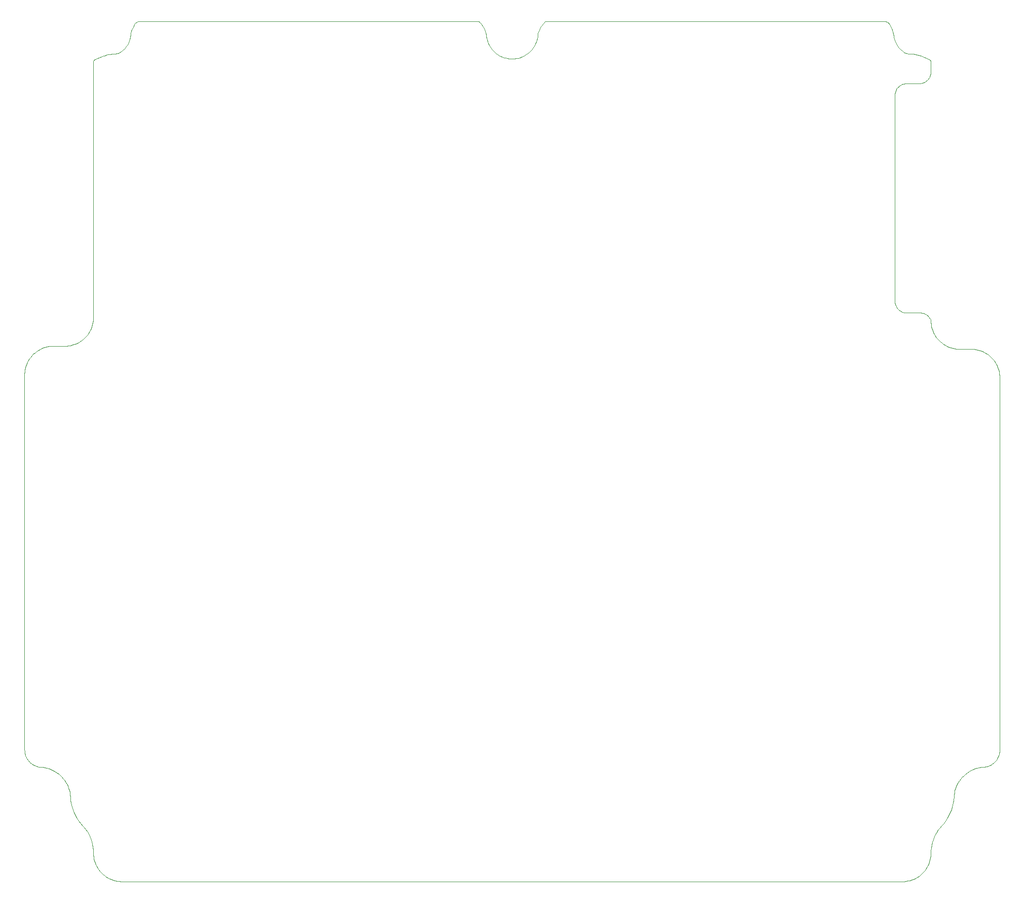
<source format=gko>
%FSTAX23Y23*%
%MOIN*%
%SFA1B1*%

%IPPOS*%
%ADD15C,0.000512*%
%ADD111C,0.000500*%
%LNduo_x-1*%
%LPD*%
G54D15*
X05215Y03674D02*
D01*
X05215Y03669*
X05215Y03663*
X05216Y03658*
X05218Y03652*
X05219Y03647*
X05222Y03642*
X05224Y03637*
X05227Y03632*
X0523Y03628*
X05233Y03624*
X05237Y03619*
X05241Y03616*
X05245Y03612*
X05249Y03609*
X05254Y03606*
X05259Y03603*
X05264Y03601*
X05269Y03599*
X05274Y03598*
X0528Y03597*
X05285Y03596*
X05291Y03595*
X05293Y03595*
Y0517D02*
D01*
X05288Y0517*
X05282Y05169*
X05277Y05168*
X05272Y05167*
X05267Y05165*
X05261Y05163*
X05256Y05161*
X05252Y05158*
X05247Y05155*
X05243Y05152*
X05239Y05148*
X05235Y05144*
X05231Y0514*
X05228Y05135*
X05225Y05131*
X05223Y05126*
X0522Y05121*
X05219Y05116*
X05217Y0511*
X05216Y05105*
X05215Y051*
X05215Y05094*
X05215Y05091*
X05382Y0517D02*
D01*
X05388Y0517*
X05393Y05171*
X05398Y05172*
X05404Y05173*
X05409Y05175*
X05414Y05177*
X05419Y05179*
X05424Y05182*
X05428Y05185*
X05433Y05189*
X05437Y05192*
X05441Y05196*
X05444Y052*
X05447Y05205*
X0545Y0521*
X05453Y05214*
X05455Y05219*
X05457Y05225*
X05458Y0523*
X0546Y05235*
X0546Y05241*
X05461Y05246*
X05461Y05249*
Y05318D02*
D01*
X05461Y05319*
X05461Y0532*
X0546Y05322*
X0546Y05323*
X0546Y05324*
X05459Y05326*
X05458Y05327*
X05458Y05328*
X05457Y05329*
X05456Y0533*
X05455Y05331*
X05454Y05332*
X05453Y05333*
X05452Y05334*
X05451Y05335*
X0545Y05335*
X05448Y05336*
X05448Y05336*
X05392Y05359D02*
D01*
X05379Y05363*
X05366Y05367*
X05352Y0537*
X05339Y05372*
X05325Y05373*
X05318Y05373*
X05273Y05387D02*
D01*
X05278Y05384*
X05283Y05381*
X05288Y05379*
X05293Y05377*
X05299Y05375*
X05304Y05374*
X0531Y05373*
X05315Y05373*
X05318Y05373*
X05206Y05498D02*
D01*
X05208Y05487*
X0521Y05477*
X05213Y05466*
X05217Y05456*
X05222Y05446*
X05227Y05436*
X05233Y05427*
X0524Y05418*
X05247Y0541*
X05255Y05402*
X05263Y05395*
X05272Y05388*
X05273Y05387*
X05206Y05498D02*
D01*
X05204Y0551*
X05201Y05522*
X05198Y05534*
X05193Y05546*
X05188Y05557*
X05182Y05568*
X05176Y05578*
X05173Y05582*
D01*
X05171Y05584*
X0517Y05586*
X05168Y05587*
X05166Y05589*
X05165Y0559*
X05163Y05591*
X05161Y05592*
X05159Y05593*
X05157Y05594*
X05154Y05594*
X05152Y05595*
X0515Y05595*
X05148Y05595*
X05147Y05595*
X02815D02*
D01*
X02807Y05588*
X028Y0558*
X02793Y05571*
X02786Y05562*
X02781Y05553*
X02776Y05543*
X02772Y05533*
X02768Y05522*
X02765Y05512*
X02763Y05501*
X02763Y05496*
X02411Y05493D02*
D01*
X02413Y05481*
X02416Y05469*
X0242Y05457*
X02424Y05446*
X0243Y05434*
X02436Y05424*
X02443Y05413*
X0245Y05404*
X02459Y05394*
X02467Y05386*
X02477Y05378*
X02487Y0537*
X02497Y05364*
X02508Y05358*
X02519Y05353*
X02531Y05348*
X02543Y05345*
X02555Y05342*
X02567Y05341*
X0258Y0534*
X02592Y0534*
X02604Y0534*
X02616Y05342*
X02629Y05344*
X0264Y05348*
X02652Y05352*
X02663Y05357*
X02674Y05363*
X02685Y05369*
X02695Y05376*
X02705Y05384*
X02713Y05393*
X02722Y05402*
X02729Y05412*
X02736Y05422*
X02743Y05433*
X02748Y05444*
X02753Y05455*
X02757Y05467*
X0276Y05479*
X02762Y05491*
X02763Y05496*
X02411Y05493D02*
D01*
X0241Y05504*
X02407Y05515*
X02404Y05525*
X02401Y05536*
X02396Y05546*
X02391Y05555*
X02385Y05565*
X02379Y05574*
X02372Y05582*
X02364Y0559*
X02359Y05595*
X-00099Y05387D02*
D01*
X-0009Y05393*
X-00082Y054*
X-00074Y05408*
X-00067Y05416*
X-0006Y05425*
X-00054Y05434*
X-00048Y05444*
X-00044Y05454*
X-00039Y05464*
X-00036Y05474*
X-00034Y05485*
X-00032Y05496*
X-00031Y05498*
X-00144Y05373D02*
D01*
X-00138Y05373*
X-00133Y05374*
X-00127Y05375*
X-00122Y05376*
X-00117Y05378*
X-00111Y0538*
X-00106Y05382*
X-00101Y05385*
X-00099Y05387*
X00001Y05582D02*
D01*
X-00005Y05572*
X-00011Y05561*
X-00017Y0555*
X-00022Y05539*
X-00025Y05527*
X-00029Y05515*
X-00031Y05503*
X-00031Y05498*
X00027Y05595D02*
D01*
X00024Y05595*
X00022Y05595*
X0002Y05595*
X00018Y05594*
X00016Y05593*
X00014Y05593*
X00012Y05592*
X0001Y0559*
X00008Y05589*
X00006Y05588*
X00004Y05586*
X00003Y05585*
X00001Y05583*
X00001Y05582*
X-00144Y05373D02*
D01*
X-00158Y05372*
X-00171Y05371*
X-00185Y05369*
X-00198Y05365*
X-00211Y05361*
X-00217Y05359*
X-00274Y05336D02*
D01*
X-00275Y05335*
X-00276Y05335*
X-00277Y05334*
X-00279Y05333*
X-0028Y05332*
X-00281Y05331*
X-00282Y0533*
X-00282Y05329*
X-00283Y05328*
X-00284Y05327*
X-00284Y05326*
X-00285Y05324*
X-00285Y05323*
X-00286Y05322*
X-00286Y0532*
X-00286Y05319*
X-00286Y05318*
X-00286Y05318*
X-00483Y03367D02*
D01*
X-00469Y03367*
X-00456Y03369*
X-00442Y03371*
X-00429Y03375*
X-00416Y03379*
X-00403Y03384*
X-00391Y0339*
X-00379Y03397*
X-00367Y03405*
X-00357Y03413*
X-00346Y03422*
X-00337Y03432*
X-00328Y03443*
X-0032Y03454*
X-00313Y03465*
X-00306Y03477*
X-00301Y0349*
X-00296Y03503*
X-00292Y03516*
X-00289Y0353*
X-00287Y03543*
X-00286Y03557*
X-00286Y03564*
X-00562Y03367D02*
D01*
X-00576Y03367*
X-00589Y03365*
X-00603Y03363*
X-00616Y03359*
X-00629Y03355*
X-00642Y0335*
X-00654Y03344*
X-00666Y03337*
X-00678Y03329*
X-00688Y03321*
X-00699Y03312*
X-00708Y03302*
X-00717Y03291*
X-00725Y0328*
X-00732Y03268*
X-00739Y03256*
X-00744Y03244*
X-00749Y03231*
X-00753Y03218*
X-00756Y03204*
X-00758Y03191*
X-00759Y03177*
X-00759Y0317*
X-00444Y00272D02*
D01*
X-00442Y0025*
X-00439Y00229*
X-00434Y00207*
X-00427Y00186*
X-00419Y00166*
X-0041Y00146*
X-00399Y00127*
X-00387Y00108*
X-00374Y00091*
X-0036Y00074*
X-00759Y00595D02*
D01*
X-00758Y00587*
X-00758Y00578*
X-00756Y0057*
X-00754Y00562*
X-00752Y00554*
X-00748Y00547*
X-00745Y00539*
X-00741Y00532*
X-00736Y00525*
X-00731Y00519*
X-00725Y00513*
X-0072Y00507*
X-00713Y00502*
X-00707Y00497*
X-007Y00492*
X-00692Y00489*
X-00685Y00485*
X-00677Y00482*
X-00669Y0048*
X-00661Y00478*
X-00653Y00477*
X-00648Y00477*
X-00444Y00272D02*
D01*
X-00445Y00287*
X-00448Y00302*
X-00451Y00317*
X-00456Y00331*
X-00461Y00346*
X-00467Y00359*
X-00475Y00372*
X-00483Y00385*
X-00492Y00397*
X-00502Y00409*
X-00513Y00419*
X-00524Y00429*
X-00536Y00438*
X-00549Y00446*
X-00562Y00454*
X-00576Y0046*
X-0059Y00466*
X-00605Y0047*
X-00619Y00473*
X-00634Y00476*
X-00648Y00477*
X-00286Y-00112D02*
D01*
X-00287Y-00093*
X-00289Y-00074*
X-00292Y-00055*
X-00297Y-00036*
X-00303Y-00018*
X-0031Y0*
X-00318Y00016*
X-00328Y00033*
X-00339Y00049*
X-00351Y00064*
X-0036Y00074*
X-00286Y-00112D02*
D01*
X-00286Y-00126*
X-00284Y-0014*
X-00282Y-00153*
X-00279Y-00167*
X-00274Y-0018*
X-00269Y-00192*
X-00263Y-00205*
X-00256Y-00217*
X-00249Y-00228*
X-0024Y-00239*
X-00231Y-00249*
X-00221Y-00259*
X-00211Y-00267*
X-00199Y-00276*
X-00188Y-00283*
X-00176Y-00289*
X-00163Y-00295*
X-0015Y-003*
X-00137Y-00303*
X-00123Y-00306*
X-0011Y-00308*
X-00096Y-00309*
X-00089Y-00309*
X05264D02*
D01*
X05278Y-00309*
X05291Y-00307*
X05305Y-00305*
X05318Y-00302*
X05331Y-00297*
X05344Y-00292*
X05356Y-00286*
X05368Y-00279*
X0538Y-00272*
X0539Y-00263*
X05401Y-00254*
X0541Y-00244*
X05419Y-00233*
X05427Y-00222*
X05434Y-00211*
X05441Y-00199*
X05446Y-00186*
X05451Y-00173*
X05455Y-0016*
X05458Y-00146*
X0546Y-00133*
X05461Y-00119*
X05461Y-00112*
X05822Y00477D02*
D01*
X05807Y00475*
X05792Y00473*
X05777Y0047*
X05763Y00465*
X05749Y00459*
X05735Y00453*
X05722Y00446*
X05709Y00437*
X05697Y00428*
X05686Y00418*
X05675Y00407*
X05666Y00396*
X05657Y00384*
X05648Y00371*
X05641Y00358*
X05635Y00344*
X0563Y0033*
X05625Y00315*
X05622Y00301*
X0562Y00286*
X05619Y00272*
X05535Y00074D02*
D01*
X05522Y0006*
X0551Y00045*
X055Y00028*
X05491Y00012*
X05483Y-00005*
X05476Y-00023*
X0547Y-00041*
X05466Y-0006*
X05463Y-00079*
X05461Y-00098*
X05461Y-00112*
X05535Y00074D02*
D01*
X05549Y00091*
X05562Y00109*
X05574Y00127*
X05585Y00146*
X05594Y00166*
X05602Y00187*
X05608Y00208*
X05613Y00229*
X05617Y00251*
X05619Y00272*
X05822Y00477D02*
D01*
X0583Y00478*
X05838Y00479*
X05846Y00481*
X05854Y00483*
X05862Y00486*
X05869Y0049*
X05877Y00494*
X05883Y00499*
X0589Y00504*
X05896Y00509*
X05902Y00515*
X05907Y00521*
X05912Y00528*
X05917Y00535*
X05921Y00542*
X05924Y00549*
X05927Y00557*
X05929Y00565*
X05931Y00573*
X05932Y00581*
X05933Y00589*
X05933Y00595*
Y0315D02*
D01*
X05933Y03164*
X05931Y03177*
X05929Y03191*
X05926Y03204*
X05921Y03217*
X05916Y0323*
X0591Y03242*
X05903Y03254*
X05896Y03266*
X05887Y03276*
X05878Y03287*
X05868Y03296*
X05858Y03305*
X05847Y03313*
X05835Y0332*
X05823Y03327*
X0581Y03332*
X05797Y03337*
X05784Y03341*
X05771Y03344*
X05757Y03346*
X05743Y03347*
X05736Y03347*
X05293Y0517D02*
X05382D01*
X05215Y03674D02*
Y05091D01*
X05461Y05249D02*
Y05318D01*
X05392Y05359D02*
X05447Y05337D01*
X05448Y05336*
X02815Y05595D02*
X05147D01*
X00027D02*
X02359D01*
X-00272Y05337D02*
X-00217Y05359D01*
X-00286Y03564D02*
Y05318D01*
X-00274Y05336D02*
X-00272Y05337D01*
X-00562Y03367D02*
X-00483D01*
X-00759Y00595D02*
Y0317D01*
X-00089Y-00309D02*
X05264D01*
X05933Y00595D02*
Y0315D01*
X05658Y03347D02*
X05736D01*
G54D111*
X05461Y03544D02*
D01*
X05461Y0353*
X05463Y03516*
X05465Y03503*
X05468Y03489*
X05473Y03476*
X05478Y03464*
X05484Y03451*
X05491Y03439*
X05498Y03428*
X05507Y03417*
X05516Y03407*
X05526Y03397*
X05537Y03389*
X05548Y0338*
X05559Y03373*
X05571Y03367*
X05584Y03361*
X05597Y03356*
X0561Y03353*
X05624Y0335*
X05637Y03348*
X05651Y03347*
X05658Y03347*
X05461Y03544D02*
D01*
X05459Y03549*
X05456Y03554*
X05454Y03558*
X0545Y03563*
X05447Y03567*
X05443Y03571*
X05439Y03575*
X05435Y03579*
X05431Y03582*
X05426Y03585*
X05421Y03587*
X05416Y0359*
X05411Y03592*
X05406Y03593*
X054Y03594*
X05395Y03595*
X05389Y03595*
X05387Y03595*
X05293D02*
X05387D01*
M02*
</source>
